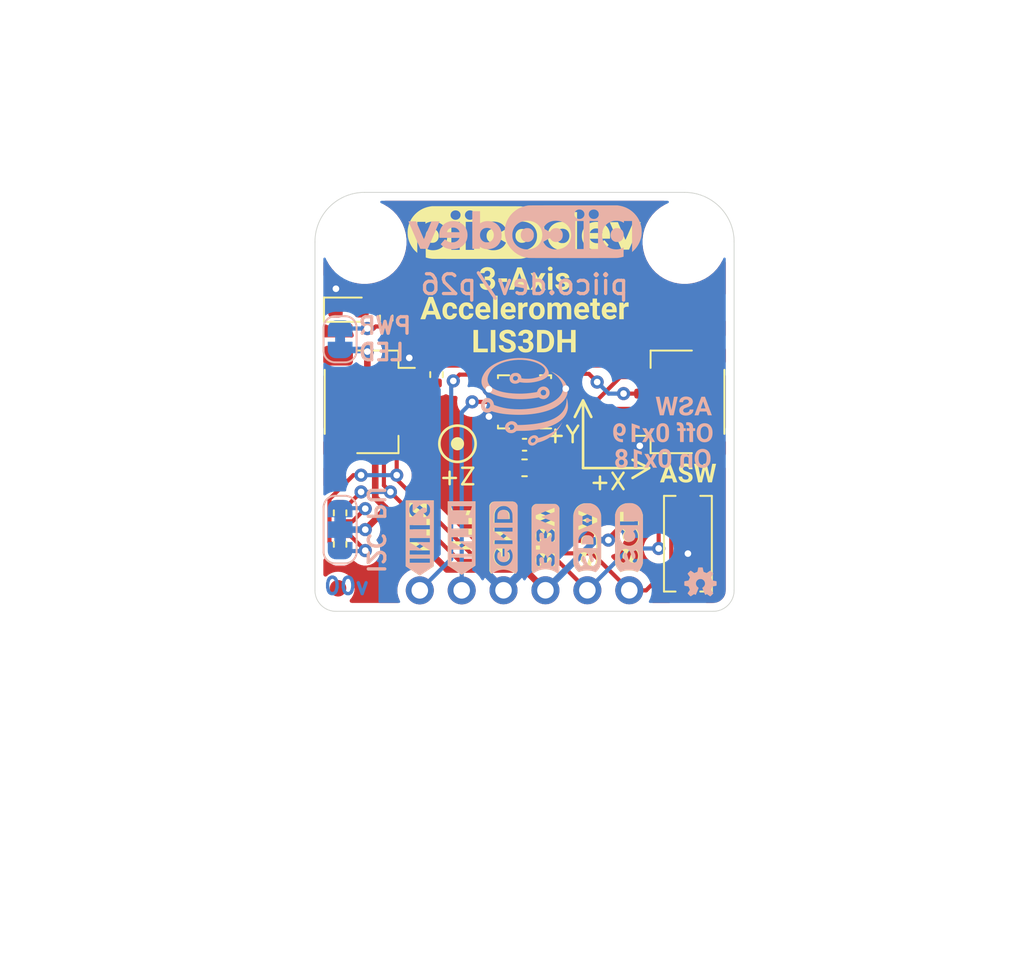
<source format=kicad_pcb>
(kicad_pcb (version 20211014) (generator pcbnew)
  (layers (0 "F.Cu" signal) (31 "B.Cu" signal) (34 "B.Paste" user) (35 "F.Paste" user) (36 "B.SilkS" user "B.Silkscreen") (37 "F.SilkS" user "F.Silkscreen") (38 "B.Mask" user) (39 "F.Mask" user) (44 "Edge.Cuts" user))
  (net 0 "")
  (net 1 "+3V3")
  (net 2 "GND")
  (net 3 "Net-(D1-Pad2)")
  (net 4 "/SCL")
  (net 5 "/SDA")
  (net 6 "Net-(JP1-Pad2)")
  (net 7 "Net-(JP2-Pad1)")
  (net 8 "Net-(JP2-Pad3)")
  (net 9 "Net-(R4-Pad2)")
  (net 12 "/INT2")
  (net 13 "/INT1")
  (footprint "Connector_JST:JST_SH_SM04B-SRSS-TB_1x04-1MP_P1.00mm_Horizontal" (layer "F.Cu") (at 106.7054 101.346 90)
    (fp_text reference "J2" hide)
    (fp_text value " " hide)
    (pad "1" smd roundrect locked (at -1.5 -2 90) (size 0.6 1.55) (layers "F.Cu" "F.Paste" "F.Mask") (net 2 "GND"))
    (pad "2" smd roundrect locked (at -0.5 -2 90) (size 0.6 1.55) (layers "F.Cu" "F.Paste" "F.Mask") (net 1 "+3V3"))
    (pad "3" smd roundrect locked (at 0.5 -2 90) (size 0.6 1.55) (layers "F.Cu" "F.Paste" "F.Mask") (net 5 "/SDA"))
    (pad "4" smd roundrect locked (at 1.5 -2 90) (size 0.6 1.55) (layers "F.Cu" "F.Paste" "F.Mask") (net 4 "/SCL"))
    (pad "MP" smd roundrect locked (at -2.8 1.875 90) (size 1.2 1.8) (layers "F.Cu" "F.Paste" "F.Mask") (roundrect_rratio 0.2083333333))
    (pad "MP" smd roundrect locked (at 2.8 1.875 90) (size 1.2 1.8) (layers "F.Cu" "F.Paste" "F.Mask") (roundrect_rratio 0.2083333333))
  )
  (footprint "CoreElectronics_Components:MountingHole_2.7mm_M2.5_PadClearance_1.2" (layer "F.Cu") (at 87.582 91.646)
    (fp_text reference "H1" hide)
    (fp_text value "MountingHole")
    (pad "" np_thru_hole circle locked (at 0 0) (size 2.7 2.7) (drill 2.7) (layers *.Cu *.Mask))
  )
  (footprint "Fiducial:Fiducial_1mm_Mask2mm" (layer "F.Cu") (at 85.979 112.649)
    (fp_text reference "FID1" hide)
    (fp_text value "Fiducial")
    (pad "" smd circle locked (at 0 0) (size 1 1) (layers "F.Cu" "F.Mask") (clearance 0.5))
  )
  (footprint "CoreElectronics_Components:MountingHole_2.7mm_M2.5_PadClearance_1.2" (layer "F.Cu") (at 106.982 91.646)
    (fp_text reference "H2" hide)
    (fp_text value "MountingHole")
    (pad "" np_thru_hole circle locked (at 0 0) (size 2.7 2.7) (drill 2.7) (layers *.Cu *.Mask))
  )
  (footprint "Fiducial:Fiducial_1mm_Mask2mm" (layer "F.Cu") (at 108.585 95.631)
    (fp_text reference "FID2" hide)
    (fp_text value "Fiducial")
    (pad "" smd circle locked (at 0 0) (size 1 1) (layers "F.Cu" "F.Mask") (clearance 0.5))
  )
  (footprint "Resistor_SMD:R_0402_1005Metric" (layer "F.Cu") (at 88.9 96.266 90)
    (fp_text reference "R1" hide)
    (fp_text value "10k" hide)
    (pad "1" smd roundrect locked (at -0.51 0 90) (size 0.54 0.64) (layers "F.Cu" "F.Paste" "F.Mask") (net 6 "Net-(JP1-Pad2)"))
    (pad "2" smd roundrect locked (at 0.51 0 90) (size 0.54 0.64) (layers "F.Cu" "F.Paste" "F.Mask") (net 3 "Net-(D1-Pad2)"))
  )
  (footprint "LED_SMD:LED_0603_1608Metric" (layer "F.Cu") (at 86.614 95.758)
    (fp_text reference "D1" hide)
    (fp_text value "LED" hide)
    (pad "1" smd roundrect locked (at -0.7875 0) (size 0.875 0.95) (layers "F.Cu" "F.Paste" "F.Mask") (net 2 "GND"))
    (pad "2" smd roundrect locked (at 0.7875 0) (size 0.875 0.95) (layers "F.Cu" "F.Paste" "F.Mask") (net 3 "Net-(D1-Pad2)"))
  )
  (footprint "Connector_JST:JST_SH_SM04B-SRSS-TB_1x04-1MP_P1.00mm_Horizontal" (layer "F.Cu") (at 87.8586 101.346 -90)
    (fp_text reference "J1" hide)
    (fp_text value " " hide)
    (pad "1" smd roundrect locked (at -1.5 -2 270) (size 0.6 1.55) (layers "F.Cu" "F.Paste" "F.Mask") (net 2 "GND"))
    (pad "2" smd roundrect locked (at -0.5 -2 270) (size 0.6 1.55) (layers "F.Cu" "F.Paste" "F.Mask") (net 1 "+3V3"))
    (pad "3" smd roundrect locked (at 0.5 -2 270) (size 0.6 1.55) (layers "F.Cu" "F.Paste" "F.Mask") (net 5 "/SDA"))
    (pad "4" smd roundrect locked (at 1.5 -2 270) (size 0.6 1.55) (layers "F.Cu" "F.Paste" "F.Mask") (net 4 "/SCL"))
    (pad "MP" smd roundrect locked (at -2.8 1.875 270) (size 1.2 1.8) (layers "F.Cu" "F.Paste" "F.Mask") (roundrect_rratio 0.2083333333))
    (pad "MP" smd roundrect locked (at 2.8 1.875 270) (size 1.2 1.8) (layers "F.Cu" "F.Paste" "F.Mask") (roundrect_rratio 0.2083333333))
  )
  (footprint "CoreElectronics_Artwork:piicodev_logo_14.2x3.4mm" (layer "F.Cu") (at 97.282 91.186)
    (fp_text reference "G1" hide)
    (fp_text value "LOGO_PiicoDev" hide)
  )
  (footprint "Resistor_SMD:R_0402_1005Metric" (layer "F.Cu") (at 86.106 109.982 -90)
    (fp_text reference "R2" hide)
    (fp_text value "10k")
    (pad "1" smd roundrect locked (at -0.51 0 270) (size 0.54 0.64) (layers "F.Cu" "F.Paste" "F.Mask") (net 8 "Net-(JP2-Pad3)"))
    (pad "2" smd roundrect locked (at 0.51 0 270) (size 0.54 0.64) (layers "F.Cu" "F.Paste" "F.Mask") (net 4 "/SCL"))
  )
  (footprint "Resistor_SMD:R_0402_1005Metric" (layer "F.Cu") (at 86.106 108.077 90)
    (fp_text reference "R3" hide)
    (fp_text value "10k" hide)
    (pad "1" smd roundrect locked (at -0.51 0 90) (size 0.54 0.64) (layers "F.Cu" "F.Paste" "F.Mask") (net 7 "Net-(JP2-Pad1)"))
    (pad "2" smd roundrect locked (at 0.51 0 90) (size 0.54 0.64) (layers "F.Cu" "F.Paste" "F.Mask") (net 5 "/SDA"))
  )
  (footprint "CoreElectronics_Artwork:Axes_and_polarity_Y" (layer "F.Cu") (at 100.828 105.36)
    (fp_text reference "Ref**" hide)
    (fp_text value "Axes_and_polarity_Y" hide)
    (fp_text user "+Y" (at -1.25 -2.025) (layer "F.SilkS"))
  )
  (footprint "CoreElectronics_Artwork:Axes_and_polarity_Z" (layer "F.Cu") (at 93.218 103.886)
    (fp_text reference "Ref**" hide)
    (fp_text value "Axes_and_polarity_Z" hide)
    (fp_text user "+Z" (at 0 2) (layer "F.SilkS"))
  )
  (footprint "Capacitor_SMD:C_0603_1608Metric" (layer "F.Cu") (at 97.282 105.346 180)
    (fp_text reference "C2" hide)
    (fp_text value "10uF")
    (pad "1" smd roundrect (at -0.775 0 180) (size 0.9 0.95) (layers "F.Cu" "F.Paste" "F.Mask") (net 1 "+3V3"))
    (pad "2" smd roundrect (at 0.775 0 180) (size 0.9 0.95) (layers "F.Cu" "F.Paste" "F.Mask") (net 2 "GND"))
  )
  (footprint "CoreElectronics_Components:SW_DIP_x01_Slide_CHS-01A1" (layer "F.Cu") (at 107.182 109.946)
    (fp_text reference "SW1" hide)
    (fp_text value "ASW")
    (pad "1" smd rect (at 0 2.54) (size 1 1.6) (layers "F.Cu" "F.Paste" "F.Mask") (net 2 "GND"))
    (pad "2" smd rect (at 0 -2.54) (size 1 1.6) (layers "F.Cu" "F.Paste" "F.Mask") (net 9 "Net-(R4-Pad2)"))
  )
  (footprint "kibuzzard-62B3F9DB" (layer "F.Cu") (at 90.932 109.601 90)
    (fp_text reference "kibuzzard-62B3F9DB" hide)
    (fp_text value "G***" hide)
  )
  (footprint "kibuzzard-62B3F9C2" (layer "F.Cu") (at 93.472 109.601 90)
    (fp_text reference "kibuzzard-62B3F9C2" hide)
    (fp_text value "G***" hide)
  )
  (footprint "kibuzzard-62B3F7FD" (layer "F.Cu") (at 97.282 95.631)
    (fp_text reference "kibuzzard-62B3F7FD" hide)
    (fp_text value "G***" hide)
  )
  (footprint "kibuzzard-62B3F80B" (layer "F.Cu") (at 97.282 93.853)
    (fp_text reference "kibuzzard-62B3F80B" hide)
    (fp_text value "G***" hide)
  )
  (footprint "Package_LGA:LGA-16_3x3mm_P0.5mm_LayoutBorder3x5y" (layer "F.Cu") (at 97.282 101.346 180)
    (fp_text reference "U1" hide)
    (fp_text value "LIS3DH")
    (pad "1" smd roundrect (at -1.225 -1 180) (size 0.55 0.35) (layers "F.Cu" "F.Paste" "F.Mask") (net 1 "+3V3"))
    (pad "2" smd roundrect (at -1.225 -0.5 180) (size 0.55 0.35) (layers "F.Cu" "F.Paste" "F.Mask"))
    (pad "3" smd roundrect (at -1.225 0 180) (size 0.55 0.35) (layers "F.Cu" "F.Paste" "F.Mask"))
    (pad "4" smd roundrect (at -1.225 0.5 180) (size 0.55 0.35) (layers "F.Cu" "F.Paste" "F.Mask") (net 4 "/SCL"))
    (pad "5" smd roundrect (at -1.225 1 180) (size 0.55 0.35) (layers "F.Cu" "F.Paste" "F.Mask") (net 2 "GND"))
    (pad "6" smd roundrect (at -0.5 1.225 180) (size 0.35 0.55) (layers "F.Cu" "F.Paste" "F.Mask") (net 5 "/SDA"))
    (pad "7" smd roundrect (at 0 1.225 180) (size 0.35 0.55) (layers "F.Cu" "F.Paste" "F.Mask") (net 9 "Net-(R4-Pad2)"))
    (pad "8" smd roundrect (at 0.5 1.225 180) (size 0.35 0.55) (layers "F.Cu" "F.Paste" "F.Mask") (net 1 "+3V3"))
    (pad "9" smd roundrect (at 1.225 1 180) (size 0.55 0.35) (layers "F.Cu" "F.Paste" "F.Mask") (net 12 "/INT2"))
    (pad "10" smd roundrect (at 1.225 0.5 180) (size 0.55 0.35) (layers "F.Cu" "F.Paste" "F.Mask") (net 2 "GND"))
    (pad "11" smd roundrect (at 1.225 0 180) (size 0.55 0.35) (layers "F.Cu" "F.Paste" "F.Mask") (net 13 "/INT1"))
    (pad "12" smd roundrect (at 1.225 -0.5 180) (size 0.55 0.35) (layers "F.Cu" "F.Paste" "F.Mask") (net 2 "GND"))
    (pad "13" smd roundrect (at 1.225 -1 180) (size 0.55 0.35) (layers "F.Cu" "F.Paste" "F.Mask"))
    (pad "14" smd roundrect (at 0.5 -1.225 180) (size 0.35 0.55) (layers "F.Cu" "F.Paste" "F.Mask") (net 1 "+3V3"))
    (pad "15" smd roundrect (at 0 -1.225 180) (size 0.35 0.55) (layers "F.Cu" "F.Paste" "F.Mask"))
    (pad "16" smd roundrect (at -0.5 -1.225 180) (size 0.35 0.55) (layers "F.Cu" "F.Paste" "F.Mask"))
  )
  (footprint "Connector_PinHeader_2.54mm:PinHeader_1x02_P2.54mm_Vertical" (layer "F.Cu") (at 93.474255 112.776 -90)
    (fp_text reference "J4" hide)
    (fp_text value "INT")
    (pad "1" thru_hole circle (at 0 0 270) (size 1.7 1.7) (drill 1) (layers *.Cu *.Mask) (net 13 "/INT1"))
    (pad "2" thru_hole oval (at 0 2.54 270) (size 1.7 1.7) (drill 1) (layers *.Cu *.Mask) (net 12 "/INT2"))
  )
  (footprint "kibuzzard-62B3F7CF" (layer "F.Cu") (at 107.188 105.664)
    (fp_text reference "kibuzzard-62B3F7CF" hide)
    (fp_text value "G***" hide)
  )
  (footprint "CoreElectronics_Artwork:Axes_and_polarity_X" (layer "F.Cu") (at 100.828 105.36)
    (fp_text reference "Ref**" hide)
    (fp_text value "Axes_and_polarity_X" hide)
    (fp_text user "+X" (at 1.5 0.825) (layer "F.SilkS"))
  )
  (footprint "Resistor_SMD:R_0402_1005Metric" (layer "F.Cu") (at 91.948 99.695 90)
    (fp_text reference "R4" hide)
    (fp_text value "10k")
    (pad "1" smd roundrect (at -0.51 0 90) (size 0.54 0.64) (layers "F.Cu" "F.Paste" "F.Mask") (net 1 "+3V3"))
    (pad "2" smd roundrect (at 0.51 0 90) (size 0.54 0.64) (layers "F.Cu" "F.Paste" "F.Mask") (net 9 "Net-(R4-Pad2)"))
  )
  (footprint "kibuzzard-62B3F81B" (layer "F.Cu") (at 97.282 97.663)
    (fp_text reference "kibuzzard-62B3F81B" hide)
    (fp_text value "G***" hide)
  )
  (footprint "Capacitor_SMD:C_0402_1005Metric" (layer "F.Cu") (at 97.282 103.946 180)
    (fp_text reference "C1" hide)
    (fp_text value "100nF")
    (pad "1" smd roundrect (at -0.48 0 180) (size 0.56 0.62) (layers "F.Cu" "F.Paste" "F.Mask") (net 1 "+3V3"))
    (pad "2" smd roundrect (at 0.48 0 180) (size 0.56 0.62) (layers "F.Cu" "F.Paste" "F.Mask") (net 2 "GND"))
  )
  (footprint "CoreElectronics_Components:PiicoDev_header_4pin" (layer "B.Cu") (at 96.008162 112.770154 -90)
    (fp_text reference "J3")
    (fp_text value "Conn_PiicoDev_header_01x04_Male")
    (pad "1" thru_hole circle locked (at 0 0 270) (size 1.7 1.7) (drill 1) (layers *.Cu *.Mask) (net 2 "GND"))
    (pad "2" thru_hole oval locked (at 0 -2.54 270) (size 1.7 1.7) (drill 1) (layers *.Cu *.Mask) (net 1 "+3V3"))
    (pad "3" thru_hole oval locked (at 0 -5.08 270) (size 1.7 1.7) (drill 1) (layers *.Cu *.Mask) (net 5 "/SDA"))
    (pad "4" thru_hole oval locked (at 0 -7.62 270) (size 1.7 1.7) (drill 1) (layers *.Cu *.Mask) (net 4 "/SCL"))
  )
  (footprint "CoreElectronics_Artwork:piicodev_logo_14.2x3.4mm" (layer "B.Cu") (at 97.297953 91.1352 180)
    (fp_text reference "G3" hide)
    (fp_text value "LOGO_made-with-love" hide)
  )
  (footprint "CoreElectronics_Artwork:oshw" (layer "B.Cu") (at 107.95 112.268 180)
    (fp_text reference "LOGO1" hide)
    (fp_text value "Logo_Open_Hardware_Small" hide)
  )
  (footprint "CoreElectronics_Artwork:CoreElectronics_logo_5mm" (layer "B.Cu") (at 97.282 101.346 180)
    (fp_text reference "G2" hide)
    (fp_text value "LOGO_CoreElectronics_no-text" hide)
  )
  (footprint "CoreElectronics_Components:SolderJumper-2_P1.3mm_Bridged_RoundedPad1.0x1.5mm" (layer "B.Cu") (at 86.106 97.551 90)
    (fp_text reference "JP1" hide)
    (fp_text value "LED")
    (fp_poly (pts (xy 0.25 0.3) (xy -0.25 0.3) (xy -0.25 -0.3) (xy 0.25 -0.3)) (layer "B.Cu") (width 0) (fill solid))
    (pad "1" smd custom locked (at -0.65 0 90) (size 1 0.5) (layers "B.Cu" "B.Mask") (net 1 "+3V3") (options (clearance outline) (anchor rect)) (primitives (gr_circle (center 0 -0.25) (end 0.5 -0.25) (width 0) (fill yes)) (gr_circle (center 0 0.25) (end 0.5 0.25) (width 0) (fill yes)) (gr_poly (pts (xy 0 0.75) (xy 0.5 0.75) (xy 0.5 -0.75) (xy 0 -0.75)) (width 0) (fill yes))))
    (pad "2" smd custom locked (at 0.65 0 90) (size 1 0.5) (layers "B.Cu" "B.Mask") (net 6 "Net-(JP1-Pad2)") (options (clearance outline) (anchor rect)) (primitives (gr_circle (center 0 -0.25) (end 0.5 -0.25) (width 0) (fill yes)) (gr_circle (center 0 0.25) (end 0.5 0.25) (width 0) (fill yes)) (gr_poly (pts (xy 0 0.75) (xy -0.5 0.75) (xy -0.5 -0.75) (xy 0 -0.75)) (width 0) (fill yes))))
  )
  (footprint "CoreElectronics_Components:SolderJumper-3_P1.3mm_Closed_RoundedPad1.0x1.5mm_NumberLabels" (layer "B.Cu") (at 86.106 109.093 -90)
    (fp_text reference "JP2" hide)
    (fp_text value "I2C PU")
    (fp_poly (pts (xy 0.8 -0.3) (xy -0.8 -0.3) (xy -0.8 0.3) (xy 0.8 0.3)) (layer "B.Cu") (width 0.1) (fill solid))
    (pad "1" smd custom locked (at -1.3 0 270) (size 1 0.5) (layers "B.Cu" "B.Mask") (net 7 "Net-(JP2-Pad1)") (options (clearance outline) (anchor rect)) (primitives (gr_circle (center 0 -0.25) (end 0.5 -0.25) (width 0) (fill yes)) (gr_circle (center 0 0.25) (end 0.5 0.25) (width 0) (fill yes)) (gr_poly (pts (xy 0.55 0.75) (xy 0 0.75) (xy 0 -0.75) (xy 0.55 -0.75)) (width 0) (fill yes))))
    (pad "2" smd rect locked (at 0 0 270) (size 1 1.5) (layers "B.Cu" "B.Mask") (net 1 "+3V3"))
    (pad "3" smd custom locked (at 1.3 0 270) (size 1 0.5) (layers "B.Cu" "B.Mask") (net 8 "Net-(JP2-Pad3)") (options (clearance outline) (anchor rect)) (primitives (gr_circle (center 0 -0.25) (end 0.5 -0.25) (width 0) (fill yes)) (gr_circle (center 0 0.25) (end 0.5 0.25) (width 0) (fill yes)) (gr_poly (pts (xy -0.55 0.75) (xy 0 0.75) (xy 0 -0.75) (xy -0.55 -0.75)) (width 0) (fill yes))))
  )
  (footprint "kibuzzard-62B4082B" (layer "B.Cu") (at 106.934 101.6 180)
    (fp_text reference "kibuzzard-62B4082B" hide)
    (fp_text value "G***" hide)
  )
  (footprint "kibuzzard-62B4083B" (layer "B.Cu") (at 105.664 103.1875 180)
    (fp_text reference "kibuzzard-62B4083B" hide)
    (fp_text value "G***" hide)
  )
  (footprint "kibuzzard-62B3F9DB" (layer "B.Cu") (at 90.932 109.601 90)
    (fp_text reference "kibuzzard-62B3F9DB" hide)
    (fp_text value "G***" hide)
  )
  (footprint "kibuzzard-62B3F9C2" (layer "B.Cu") (at 93.472 109.601 90)
    (fp_text reference "kibuzzard-62B3F9C2" hide)
    (fp_text value "G***" hide)
  )
  (footprint "kibuzzard-62B40846" (layer "B.Cu") (at 105.664 104.775 180)
    (fp_text reference "kibuzzard-62B40846" hide)
    (fp_text value "G***" hide)
  )
  (gr_arc (start 109.982 112.776) (mid 109.610026 113.674026) (end 108.712 114.046) (layer "Edge.Cuts") (width 0.05))
  (gr_arc (start 85.852 114.046) (mid 84.953974 113.674026) (end 84.582 112.776) (layer "Edge.Cuts") (width 0.05))
  (gr_line (start 108.712 114.046) (end 85.852 114.046) (layer "Edge.Cuts") (width 0.05))
  (gr_line (start 87.582 88.646) (end 106.982 88.646) (layer "Edge.Cuts") (width 0.05))
  (gr_line (start 109.982 91.646) (end 109.982 112.776) (layer "Edge.Cuts") (width 0.05))
  (gr_arc (start 106.982 88.646) (mid 109.10332 89.52468) (end 109.982 91.646) (layer "Edge.Cuts") (width 0.05))
  (gr_line (start 84.582 112.776) (end 84.582 91.646) (layer "Edge.Cuts") (width 0.05))
  (gr_arc (start 84.582 91.646) (mid 85.46068 89.52468) (end 87.582 88.646) (layer "Edge.Cuts") (width 0.05))
  (gr_text "v00" (at 86.492 112.522) (layer "B.Cu") (effects (font (size 1 1) (thickness 0.2)) (justify mirror)))
  (gr_text "piico.dev/p26" (at 97.282 94.234) (layer "B.SilkS") (effects (font (size 1.2 1.2) (thickness 0.2)) (justify mirror)))
  (gr_text "PWR\nLED" (at 87.122 97.536) (layer "B.SilkS") (effects (font (size 1 1) (thickness 0.2)) (justify right mirror)))
  (gr_text "I2C PU" (at 88.265 109.093 270) (layer "B.SilkS") (effects (font (size 1 1) (thickness 0.2)) (justify mirror)))
  (segment (start 98.507 102.346) (end 98.507 102.821) (width 0.25) (layer "F.Cu") (net 1))
  (segment (start 97.762 103.946) (end 97.762 103.269) (width 0.25) (layer "F.Cu") (net 1))
  (segment (start 92.583 111.506) (end 97.284008 111.506) (width 0.4) (layer "F.Cu") (net 1))
  (segment (start 102.116 101.846) (end 104.7054 101.846) (width 0.4) (layer "F.Cu") (net 1))
  (segment (start 97.79 105.079) (end 97.79 103.974) (width 0.25) (layer "F.Cu") (net 1))
  (segment (start 91.132 100.846) (end 89.8586 100.846) (width 0.25) (layer "F.Cu") (net 1))
  (segment (start 98.057 105.346) (end 97.79 105.079) (width 0.25) (layer "F.Cu") (net 1))
  (segment (start 98.616 105.346) (end 102.116 101.846) (width 0.4) (layer "F.Cu") (net 1))
  (segment (start 87.757 99.949) (end 88.654 100.846) (width 0.4) (layer "F.Cu") (net 1))
  (segment (start 98.507 102.821) (end 98.082 103.246) (width 0.25) (layer "F.Cu") (net 1))
  (segment (start 88.23358 107.15658) (end 88.8365 107.7595) (width 0.4) (layer "F.Cu") (net 1))
  (segment (start 88.8365 107.7595) (end 92.583 111.506) (width 0.4) (layer "F.Cu") (net 1))
  (segment (start 88.23358 101.26642) (end 88.23358 107.15658) (width 0.4) (layer "F.Cu") (net 1))
  (segment (start 98.082 103.246) (end 97.785 103.246) (width 0.25) (layer "F.Cu") (net 1))
  (segment (start 97.762 103.269) (end 97.785 103.246) (width 0.25) (layer "F.Cu") (net 1))
  (segment (start 87.757 98.298) (end 87.757 99.949) (width 0.4) (layer "F.Cu") (net 1))
  (segment (start 87.63 109.093) (end 88.8365 107.8865) (width 0.4) (layer "F.Cu") (net 1))
  (segment (start 103.378 101.981) (end 103.505 101.854) (width 0.4) (layer "F.Cu") (net 1))
  (segment (start 91.773 100.205) (end 91.132 100.846) (width 0.25) (layer "F.Cu") (net 1))
  (segment (start 97.79 103.974) (end 97.762 103.946) (width 0.25) (layer "F.Cu") (net 1))
  (segment (start 102.362 109.728) (end 103.378 108.712) (width 0.4) (layer "F.Cu") (net 1))
  (segment (start 88.654 100.846) (end 89.8586 100.846) (width 0.4) (layer "F.Cu") (net 1))
  (segment (start 96.782 102.571) (end 96.782 103.246) (width 0.25) (layer "F.Cu") (net 1))
  (segment (start 97.785 103.246) (end 96.782 103.246) (width 0.25) (layer "F.Cu") (net 1))
  (segment (start 88.8365 107.8865) (end 88.8365 107.7595) (width 0.4) (layer "F.Cu") (net 1))
  (segment (start 96.782 100.121) (end 96.782 102.571) (width 0.25) (layer "F.Cu") (net 1))
  (segment (start 88.654 100.846) (end 88.23358 101.26642) (width 0.4) (layer "F.Cu") (net 1))
  (segment (start 103.378 108.712) (end 103.378 101.981) (width 0.4) (layer "F.Cu") (net 1))
  (segment (start 91.948 100.205) (end 91.773 100.205) (width 0.25) (layer "F.Cu") (net 1))
  (segment (start 97.284008 111.506) (end 98.548162 112.770154) (width 0.4) (layer "F.Cu") (net 1))
  (segment (start 98.057 105.346) (end 98.616 105.346) (width 0.4) (layer "F.Cu") (net 1))
  (via (at 102.362 109.728) (size 0.8) (drill 0.4) (layers "F.Cu" "B.Cu") (net 1))
  (via (at 87.757 98.298) (size 0.8) (drill 0.4) (layers "F.Cu" "B.Cu") (net 1))
  (via (at 87.63 109.093) (size 0.8) (drill 0.4) (layers "F.Cu" "B.Cu") (net 1))
  (segment (start 86.106 98.201) (end 87.152 98.201) (width 0.4) (layer "B.Cu") (net 1))
  (segment (start 86.106 109.093) (end 87.63 109.093) (width 0.4) (layer "B.Cu") (net 1))
  (segment (start 87.66 98.201) (end 87.757 98.298) (width 0.4) (layer "B.Cu") (net 1))
  (segment (start 87.152 98.201) (end 87.66 98.201) (width 0.4) (layer "B.Cu") (net 1))
  (segment (start 101.590316 109.728) (end 98.548162 112.770154) (width 0.4) (layer "B.Cu") (net 1))
  (segment (start 102.362 109.728) (end 101.590316 109.728) (width 0.4) (layer "B.Cu") (net 1))
  (segment (start 96.782 103.926) (end 96.802 103.946) (width 0.25) (layer "F.Cu") (net 2))
  (segment (start 89.8586 99.1174) (end 90.297 98.679) (width 0.25) (layer "F.Cu") (net 2))
  (segment (start 104.7054 103.5746) (end 104.267 104.013) (width 0.25) (layer "F.Cu") (net 2))
  (segment (start 96.774 105.079) (end 96.774 103.974) (width 0.25) (layer "F.Cu") (net 2))
  (segment (start 95.639 100.846) (end 96.057 100.846) (width 0.25) (layer "F.Cu") (net 2))
  (segment (start 95.512 101.846) (end 96.057 101.846) (width 0.25) (layer "F.Cu") (net 2))
  (segment (start 85.8265 94.5135) (end 85.852 94.488) (width 0.25) (layer "F.Cu") (net 2))
  (segment (start 96.58 103.946) (end 96.802 103.946) (width 0.25) (layer "F.Cu") (net 2))
  (segment (start 96.774 103.974) (end 96.802 103.946) (width 0.25) (layer "F.Cu") (net 2))
  (segment (start 96.507 105.346) (end 96.774 105.079) (width 0.25) (layer "F.Cu") (net 2))
  (segment (start 95.377 100.584) (end 95.639 100.846) (width 0.25) (layer "F.Cu") (net 2))
  (segment (start 95.123 102.489) (end 96.58 103.946) (width 0.25) (layer "F.Cu") (net 2))
  (segment (start 99.782 100.546) (end 99.582 100.346) (width 0.25) (layer "F.Cu") (net 2))
  (segment (start 107.182 112.486) (end 107.182 110.546) (width 0.25) (layer "F.Cu") (net 2))
  (segment (start 95.123 102.235) (end 95.123 102.489) (width 0.25) (layer "F.Cu") (net 2))
  (segment (start 89.8586 99.846) (end 89.8586 99.1174) (width 0.25) (layer "F.Cu") (net 2))
  (segment (start 95.123 100.584) (end 95.377 100.584) (width 0.25) (layer "F.Cu") (net 2))
  (segment (start 104.7054 102.846) (end 104.7054 103.5746) (width 0.25) (layer "F.Cu") (net 2))
  (segment (start 95.123 102.235) (end 95.512 101.846) (width 0.25) (layer "F.Cu") (net 2))
  (segment (start 99.582 100.346) (end 98.507 100.346) (width 0.25) (layer "F.Cu") (net 2))
  (segment (start 85.8265 95.758) (end 85.8265 94.5135) (width 0.25) (layer "F.Cu") (net 2))
  (via (at 104.267 104.013) (size 0.8) (drill 0.4) (layers "F.Cu" "B.Cu") (net 2))
  (via (at 95.123 100.584) (size 0.8) (drill 0.4) (layers "F.Cu" "B.Cu") (net 2))
  (via (at 85.852 94.488) (size 0.8) (drill 0.4) (layers "F.Cu" "B.Cu") (net 2))
  (via (at 90.297 98.679) (size 0.8) (drill 0.4) (layers "F.Cu" "B.Cu") (net 2))
  (via (at 107.182 110.546) (size 0.8) (drill 0.4) (layers "F.Cu" "B.Cu") (net 2))
  (via (at 95.123 102.235) (size 0.8) (drill 0.4) (layers "F.Cu" "B.Cu") (net 2))
  (via (at 99.782 100.546) (size 0.8) (drill 0.4) (layers "F.Cu" "B.Cu") (net 2))
  (segment (start 88.898 95.758) (end 88.9 95.756) (width 0.25) (layer "F.Cu") (net 3))
  (segment (start 87.4015 95.758) (end 88.898 95.758) (width 0.25) (layer "F.Cu") (net 3))
  (segment (start 89.8586 103.4354) (end 89.535 103.759) (width 0.25) (layer "F.Cu") (net 4))
  (segment (start 89.535 105.791) (end 89.535 106.045) (width 0.25) (layer "F.Cu") (net 4))
  (segment (start 106.07041 99.846) (end 106.482 100.25759) (width 0.25) (layer "F.Cu") (net 4))
  (segment (start 85.46099 109.84699) (end 85.46099 107.241456) (width 0.25) (layer "F.Cu") (net 4))
  (segment (start 106.172 104.256) (end 106.172 111.252) (width 0.25) (layer "F.Cu") (net 4))
  (segment (start 101.582 101.346) (end 103.082 99.846) (width 0.25) (layer "F.Cu") (net 4))
  (segment (start 89.8586 102.846) (end 89.8586 103.4354) (width 0.25) (layer "F.Cu") (net 4))
  (segment (start 106.482 100.25759) (end 106.482 103.946) (width 0.25) (layer "F.Cu") (net 4))
  (segment (start 101.388988 110.53098) (end 103.628162 112.770154) (width 0.25) (layer "F.Cu") (net 4))
  (segment (start 94.02098 110.53098) (end 101.388988 110.53098) (width 0.25) (layer "F.Cu") (net 4))
  (segment (start 106.482 103.946) (end 106.172 104.256) (width 0.25) (layer "F.Cu") (net 4))
  (segment (start 86.106 110.492) (end 85.46099 109.84699) (width 0.25) (layer "F.Cu") (net 4))
  (segment (start 104.7054 99.846) (end 106.07041 99.846) (width 0.25) (layer "F.Cu") (net 4))
  (segment (start 104.648 112.776) (end 103.634008 112.776) (width 0.25) (layer "F.Cu") (net 4))
  (segment (start 89.535 106.045) (end 94.02098 110.53098) (width 0.25) (layer "F.Cu") (net 4))
  (segment (start 106.172 111.252) (end 104.648 112.776) (width 0.25) (layer "F.Cu") (net 4))
  (segment (start 85.46099 107.241456) (end 86.911446 105.791) (width 0.25) (layer "F.Cu") (net 4))
  (segment (start 86.911446 105.791) (end 87.376 105.791) (width 0.25) (layer "F.Cu") (net 4))
  (segment (start 89.535 103.759) (end 89.535 105.791) (width 0.25) (layer "F.Cu") (net 4))
  (segment (start 98.982 100.846) (end 99.482 101.346) (width 0.25) (layer "F.Cu") (net 4))
  (segment (start 99.482 101.346) (end 101.582 101.346) (width 0.25) (layer "F.Cu") (net 4))
  (segment (start 98.507 100.846) (end 98.982 100.846) (width 0.25) (layer "F.Cu") (net 4))
  (segment (start 103.082 99.846) (end 104.7054 99.846) (width 0.25) (layer "F.Cu") (net 4))
  (via (at 89.535 105.791) (size 0.8) (drill 0.4) (layers "F.Cu" "B.Cu") (net 4))
  (via (at 87.376 105.791) (size 0.8) (drill 0.4) (layers "F.Cu" "B.Cu") (net 4))
  (segment (start 87.376 105.791) (end 89.535 105.791) (width 0.25) (layer "B.Cu") (net 4))
  (segment (start 89.154 106.807) (end 93.32799 110.98099) (width 0.25) (layer "F.Cu") (net 5))
  (segment (start 105.882 101.046) (end 105.682 100.846) (width 0.25) (layer "F.Cu") (net 5))
  (segment (start 97.782 100.121) (end 97.782 100.046) (width 0.25) (layer "F.Cu") (net 5))
  (segment (start 88.75859 102.17101) (end 88.75859 106.41159) (width 0.25) (layer "F.Cu") (net 5))
  (segment (start 88.75859 106.41159) (end 89.154 106.807) (width 0.25) (layer "F.Cu") (net 5))
  (segment (start 105.682 100.846) (end 104.7054 100.846) (width 0.25) (layer "F.Cu") (net 5))
  (segment (start 100.582 99.646) (end 101.182 99.646) (width 0.25) (layer "F.Cu") (net 5))
  (segment (start 89.0836 101.846) (end 88.75859 102.17101) (width 0.25) (layer "F.Cu") (net 5))
  (segment (start 103.282 100.846) (end 104.7054 100.846) (width 0.25) (layer "F.Cu") (net 5))
  (segment (start 89.8586 101.846) (end 89.0836 101.846) (width 0.25) (layer "F.Cu") (net 5))
  (segment (start 86.106 107.567) (end 86.616 107.567) (width 0.25) (layer "F.Cu") (net 5))
  (segment (start 86.616 107.567) (end 87.376 106.807) (width 0.25) (layer "F.Cu") (net 5))
  (segment (start 97.782 100.046) (end 98.182 99.646) (width 0.25) (layer "F.Cu") (net 5))
  (segment (start 99.298998 110.98099) (end 101.088162 112.770154) (width 0.25) (layer "F.Cu") (net 5))
  (segment (start 105.41 104.118) (end 105.882 103.646) (width 0.25) (layer "F.Cu") (net 5))
  (segment (start 93.32799 110.98099) (end 99.298998 110.98099) (width 0.25) (layer "F.Cu") (net 5))
  (segment (start 98.182 99.646) (end 100.582 99.646) (width 0.25) (layer "F.Cu") (net 5))
  (segment (start 101.182 99.646) (end 101.682 100.146) (width 0.25) (layer "F.Cu") (net 5))
  (segment (start 105.41 110.236) (end 105.41 104.118) (width 0.25) (layer "F.Cu") (net 5))
  (segment (start 105.882 103.646) (end 105.882 101.046) (width 0.25) (layer "F.Cu") (net 5))
  (via (at 105.41 110.236) (size 0.8) (drill 0.4) (layers "F.Cu" "B.Cu") (net 5))
  (via (at 87.376 106.807) (size 0.8) (drill 0.4) (layers "F.Cu" "B.Cu") (net 5))
  (via (at 103.282 100.846) (size 0.8) (drill 0.4) (layers "F.Cu" "B.Cu") (net 5))
  (via (at 89.154 106.807) (size 0.8) (drill 0.4) (layers "F.Cu" "B.Cu") (net 5))
  (via (at 101.682 100.146) (size 0.8) (drill 0.4) (layers "F.Cu" "B.Cu") (net 5))
  (segment (start 103.622316 110.236) (end 101.088162 112.770154) (width 0.25) (layer "B.Cu") (net 5))
  (segment (start 102.382 100.846) (end 103.282 100.846) (width 0.25) (layer "B.Cu") (net 5))
  (segment (start 101.682 100.146) (end 102.382 100.846) (width 0.25) (layer "B.Cu") (net 5))
  (segment (start 105.41 110.236) (end 103.622316 110.236) (width 0.25) (layer "B.Cu") (net 5))
  (segment (start 87.376 106.807) (end 89.154 106.807) (width 0.25) (layer "B.Cu") (net 5))
  (segment (start 88.263 96.776) (end 88.9 96.776) (width 0.25) (layer "F.Cu") (net 6))
  (segment (start 87.757 96.901) (end 88.138 96.901) (width 0.25) (layer "F.Cu") (net 6))
  (segment (start 88.138 96.901) (end 88.263 96.776) (width 0.25) (layer "F.Cu") (net 6))
  (via (at 87.757 96.901) (size 0.8) (drill 0.4) (layers "F.Cu" "B.Cu") (net 6))
  (segment (start 86.106 96.901) (end 87.757 96.901) (width 0.25) (layer "B.Cu") (net 6))
  (segment (start 87.63 107.823) (end 86.866 108.587) (width 0.25) (layer "F.Cu") (net 7))
  (segment (start 86.866 108.587) (end 86.106 108.587) (width 0.25) (layer "F.Cu") (net 7))
  (via (at 87.63 107.823) (size 0.8) (drill 0.4) (layers "F.Cu" "B.Cu") (net 7))
  (segment (start 86.106 107.793) (end 87.6 107.793) (width 0.25) (layer "B.Cu") (net 7))
  (segment (start 87.6 107.793) (end 87.63 107.823) (width 0.25) (layer "B.Cu") (net 7))
  (segment (start 87.63 110.363) (end 86.739 109.472) (width 0.25) (layer "F.Cu") (net 8))
  (segment (start 86.739 109.472) (end 86.106 109.472) (width 0.25) (layer "F.Cu") (net 8))
  (via (at 87.63 110.363) (size 0.8) (drill 0.4) (layers "F.Cu" "B.Cu") (net 8))
  (segment (start 86.106 110.393) (end 87.6 110.393) (width 0.25) (layer "B.Cu") (net 8))
  (segment (start 87.6 110.393) (end 87.63 110.363) (width 0.25) (layer "B.Cu") (net 8))
  (segment (start 107.182 107.406) (end 107.182 99.846) (width 0.25) (layer "F.Cu") (net 9))
  (segment (start 106.482 99.146) (end 97.282 99.146) (width 0.25) (layer "F.Cu") (net 9))
  (segment (start 91.948 99.185) (end 91.987 99.146) (width 0.25) (layer "F.Cu") (net 9))
  (segment (start 107.182 99.846) (end 106.482 99.146) (width 0.25) (layer "F.Cu") (net 9))
  (segment (start 97.282 100.121) (end 97.282 99.146) (width 0.25) (layer "F.Cu") (net 9))
  (segment (start 91.987 99.146) (end 97.282 99.146) (width 0.25) (layer "F.Cu") (net 9))
  (segment (start 93.345 99.695) (end 95.406 99.695) (width 0.25) (layer "F.Cu") (net 12))
  (segment (start 92.964 100.076) (end 93.345 99.695) (width 0.25) (layer "F.Cu") (net 12))
  (segment (start 95.406 99.695) (end 96.057 100.346) (width 0.25) (layer "F.Cu") (net 12))
  (via (at 92.964 100.076) (size 0.8) (drill 0.4) (layers "F.Cu" "B.Cu") (net 12))
  (segment (start 92.837 100.203) (end 92.964 100.076) (width 0.25) (layer "B.Cu") (net 12))
  (segment (start 90.934255 112.776) (end 92.837 110.873255) (width 0.25) (layer "B.Cu") (net 12))
  (segment (start 92.837 110.873255) (end 92.837 100.203) (width 0.25) (layer "B.Cu") (net 12))
  (segment (start 96.057 101.346) (end 94.107 101.346) (width 0.25) (layer "F.Cu") (net 13))
  (via (at 94.107 101.346) (size 0.8) (drill 0.4) (layers "F.Cu" "B.Cu") (net 13))
  (segment (start 94.107 101.346) (end 93.474255 101.978745) (width 0.25) (layer "B.Cu") (net 13))
  (segment (start 93.474255 101.978745) (end 93.474255 112.776) (width 0.25) (layer "B.Cu") (net 13))
  (zone (net 0) (net_name "") (layer "F.Cu") (connect_pads (clearance 0.508)) (min_thickness 0.254) (fill yes (thermal_gap 0.508) (thermal_bridge_width 0.508))
    (polygon (pts (xy 109.982 114.046) (xy 84.582 114.046) (xy 84.582 88.646) (xy 109.982 88.646)))
  )
  (zone (net 2) (net_name "GND") (layer "B.Cu") (connect_pads (clearance 0.508)) (min_thickness 0.15) (fill yes (thermal_gap 0.508) (thermal_bridge_width 0.508))
    (polygon (pts (xy 108.204 88.9) (xy 108.966 89.408) (xy 109.601 90.17) (xy 109.982 91.313) (xy 109.982 92.075) (xy 109.982 93.472) (xy 109.982 96.146) (xy 109.982 111.1758) (xy 109.982 112.522) (xy 109.9185 113.03) (xy 109.601 113.538) (xy 109.093 113.919) (xy 108.585 114.046) (xy 107.0864 114.046) (xy 86.36 114.046) (xy 85.6615 113.9825) (xy 85.0265 113.6015) (xy 84.6455 112.9665) (xy 84.582 112.522) (xy 84.582 111.0488) (xy 84.582 91.7702) (xy 84.6582 90.9828) (xy 85.0138 90.1192) (xy 85.5218 89.4842) (xy 86.2076 89.0016) (xy 87.0204 88.6968) (xy 87.63 88.646) (xy 107.188 88.646)))
  )
)
</source>
